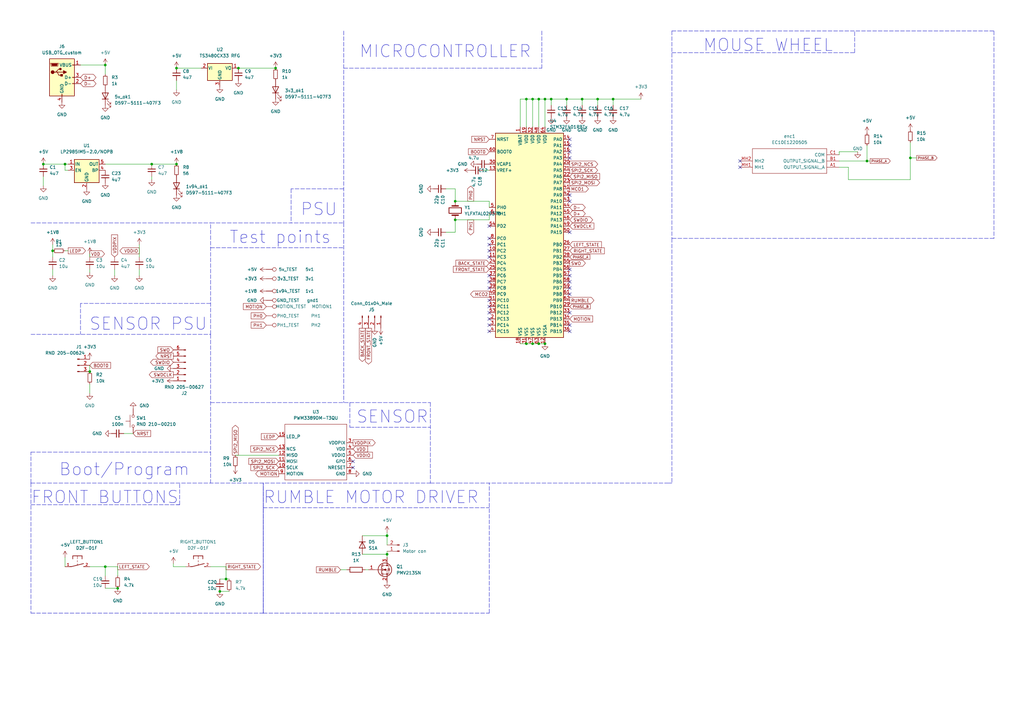
<source format=kicad_sch>
(kicad_sch (version 20211123) (generator eeschema)
  (paper "A3")
  (junction (at 92.71 237.49))
  (junction (at 223.52 40.64))
  (junction (at 36.83 152.4))
  (junction (at 62.23 67.31))
  (junction (at 72.39 27.94))
  (junction (at 218.44 140.97))
  (junction (at 232.41 40.64))
  (junction (at 90.17 242.57))
  (junction (at 218.44 40.64))
  (junction (at 72.39 67.31))
  (junction (at 355.6 66.04))
  (junction (at 21.59 102.87))
  (junction (at 220.98 40.64))
  (junction (at 43.18 26.67))
  (junction (at 251.46 40.64))
  (junction (at 26.67 67.31))
  (junction (at 113.03 27.94))
  (junction (at 238.76 40.64))
  (junction (at 226.06 40.64))
  (junction (at 245.11 40.64))
  (junction (at 215.9 40.64))
  (junction (at 48.26 241.3))
  (junction (at 223.52 140.97))
  (junction (at 186.69 90.17))
  (junction (at 373.38 64.77))
  (junction (at 158.75 227.33))
  (junction (at 43.18 232.41))
  (junction (at 220.98 140.97))
  (junction (at 215.9 140.97))
  (junction (at 186.69 82.55))
  (junction (at 97.79 27.94))
  (junction (at 158.75 219.71))
  (junction (at 17.78 67.31))
  (no_connect (at 233.68 59.69))
  (no_connect (at 200.66 92.71))
  (no_connect (at 303.53 66.04))
  (no_connect (at 233.68 57.15))
  (no_connect (at 233.68 135.89))
  (no_connect (at 233.68 110.49))
  (no_connect (at 303.53 68.58))
  (no_connect (at 233.68 62.23))
  (no_connect (at 200.66 128.27))
  (no_connect (at 233.68 80.01))
  (no_connect (at 200.66 102.87))
  (no_connect (at 200.66 135.89))
  (no_connect (at 200.66 125.73))
  (no_connect (at 144.78 189.23))
  (no_connect (at 233.68 95.25))
  (no_connect (at 233.68 115.57))
  (no_connect (at 233.68 128.27))
  (no_connect (at 200.66 105.41))
  (no_connect (at 200.66 123.19))
  (no_connect (at 200.66 100.33))
  (no_connect (at 233.68 113.03))
  (no_connect (at 233.68 120.65))
  (no_connect (at 200.66 130.81))
  (no_connect (at 233.68 133.35))
  (no_connect (at 200.66 113.03))
  (no_connect (at 200.66 115.57))
  (no_connect (at 233.68 82.55))
  (no_connect (at 200.66 97.79))
  (no_connect (at 144.78 191.77))
  (no_connect (at 233.68 118.11))
  (no_connect (at 200.66 118.11))
  (no_connect (at 233.68 64.77))
  (no_connect (at 200.66 133.35))
  (polyline (pts (xy 222.25 12.7) (xy 222.25 27.94)))
  (wire (pts (xy 351.79 62.23) (xy 344.17 62.23)))
  (polyline (pts (xy 86.36 101.6) (xy 140.97 101.6)))
  (wire (pts (xy 213.36 40.64) (xy 215.9 40.64)))
  (polyline (pts (xy 200.66 251.46) (xy 200.66 198.12)))
  (wire (pts (xy 46.99 113.03) (xy 46.99 110.49)))
  (polyline (pts (xy 86.36 137.16) (xy 86.36 198.12)))
  (wire (pts (xy 26.67 69.85) (xy 26.67 67.31)))
  (wire (pts (xy 344.17 66.04) (xy 355.6 66.04)))
  (wire (pts (xy 344.17 68.58) (xy 347.98 68.58)))
  (polyline (pts (xy 350.52 21.59) (xy 350.52 12.7)))
  (wire (pts (xy 62.23 67.31) (xy 72.39 67.31)))
  (wire (pts (xy 158.75 227.33) (xy 158.75 228.6)))
  (wire (pts (xy 226.06 40.64) (xy 232.41 40.64)))
  (wire (pts (xy 373.38 64.77) (xy 373.38 58.42)))
  (wire (pts (xy 21.59 113.03) (xy 21.59 110.49)))
  (polyline (pts (xy 86.36 124.46) (xy 33.02 124.46)))
  (wire (pts (xy 43.18 30.48) (xy 43.18 26.67)))
  (wire (pts (xy 232.41 43.18) (xy 232.41 40.64)))
  (wire (pts (xy 43.18 232.41) (xy 48.26 232.41)))
  (wire (pts (xy 36.83 105.41) (xy 36.83 104.14)))
  (wire (pts (xy 17.78 67.31) (xy 26.67 67.31)))
  (wire (pts (xy 158.75 226.06) (xy 158.75 227.33)))
  (wire (pts (xy 232.41 40.64) (xy 238.76 40.64)))
  (wire (pts (xy 251.46 40.64) (xy 262.89 40.64)))
  (wire (pts (xy 218.44 140.97) (xy 220.98 140.97)))
  (polyline (pts (xy 86.36 91.44) (xy 140.97 91.44)))
  (wire (pts (xy 36.83 232.41) (xy 43.18 232.41)))
  (wire (pts (xy 26.67 232.41) (xy 26.67 228.6)))
  (polyline (pts (xy 86.36 165.1) (xy 176.53 165.1)))
  (wire (pts (xy 148.59 219.71) (xy 158.75 219.71)))
  (wire (pts (xy 17.78 76.2) (xy 17.78 72.39)))
  (polyline (pts (xy 140.97 27.94) (xy 222.25 27.94)))
  (polyline (pts (xy 107.95 251.46) (xy 200.66 251.46)))
  (wire (pts (xy 200.66 90.17) (xy 200.66 87.63)))
  (wire (pts (xy 36.83 157.48) (xy 36.83 161.29)))
  (wire (pts (xy 355.6 66.04) (xy 356.87 66.04)))
  (polyline (pts (xy 12.7 185.42) (xy 86.36 185.42)))
  (wire (pts (xy 36.83 111.76) (xy 36.83 110.49)))
  (wire (pts (xy 373.38 64.77) (xy 375.92 64.77)))
  (polyline (pts (xy 176.53 165.1) (xy 176.53 198.12)))
  (wire (pts (xy 373.38 64.77) (xy 373.38 73.66)))
  (polyline (pts (xy 143.51 175.26) (xy 176.53 175.26)))
  (wire (pts (xy 92.71 232.41) (xy 92.71 237.49)))
  (polyline (pts (xy 12.7 198.12) (xy 12.7 185.42)))
  (wire (pts (xy 48.26 232.41) (xy 48.26 236.22)))
  (wire (pts (xy 182.88 77.47) (xy 186.69 77.47)))
  (wire (pts (xy 43.18 67.31) (xy 62.23 67.31)))
  (polyline (pts (xy 107.95 208.28) (xy 200.66 208.28)))
  (wire (pts (xy 21.59 100.33) (xy 21.59 102.87)))
  (wire (pts (xy 218.44 140.97) (xy 215.9 140.97)))
  (polyline (pts (xy 275.59 12.7) (xy 407.67 12.7)))
  (wire (pts (xy 186.69 90.17) (xy 186.69 95.25)))
  (wire (pts (xy 223.52 40.64) (xy 223.52 52.07)))
  (wire (pts (xy 97.79 27.94) (xy 113.03 27.94)))
  (wire (pts (xy 71.12 231.14) (xy 71.12 232.41)))
  (wire (pts (xy 72.39 27.94) (xy 82.55 27.94)))
  (polyline (pts (xy 12.7 207.01) (xy 73.66 207.01)))
  (polyline (pts (xy 12.7 251.46) (xy 107.95 251.46)))
  (polyline (pts (xy 275.59 97.79) (xy 275.59 198.12)))
  (wire (pts (xy 93.98 242.57) (xy 90.17 242.57)))
  (wire (pts (xy 92.71 232.41) (xy 86.36 232.41)))
  (wire (pts (xy 50.8 177.8) (xy 54.61 177.8)))
  (wire (pts (xy 48.26 241.3) (xy 43.18 241.3)))
  (wire (pts (xy 245.11 40.64) (xy 251.46 40.64)))
  (wire (pts (xy 43.18 232.41) (xy 43.18 236.22)))
  (polyline (pts (xy 143.51 165.1) (xy 143.51 175.26)))
  (wire (pts (xy 215.9 40.64) (xy 218.44 40.64)))
  (wire (pts (xy 373.38 73.66) (xy 347.98 73.66)))
  (wire (pts (xy 215.9 40.64) (xy 215.9 52.07)))
  (wire (pts (xy 245.11 43.18) (xy 245.11 40.64)))
  (wire (pts (xy 200.66 82.55) (xy 200.66 85.09)))
  (wire (pts (xy 57.15 110.49) (xy 57.15 113.03)))
  (wire (pts (xy 36.83 149.86) (xy 36.83 152.4)))
  (polyline (pts (xy 12.7 198.12) (xy 176.53 198.12)))
  (wire (pts (xy 43.18 26.67) (xy 33.02 26.67)))
  (wire (pts (xy 238.76 43.18) (xy 238.76 40.64)))
  (polyline (pts (xy 275.59 21.59) (xy 350.52 21.59)))
  (wire (pts (xy 62.23 72.39) (xy 62.23 73.66)))
  (wire (pts (xy 182.88 95.25) (xy 186.69 95.25)))
  (polyline (pts (xy 107.95 251.46) (xy 107.95 198.12)))
  (polyline (pts (xy 33.02 124.46) (xy 33.02 137.16)))
  (wire (pts (xy 186.69 82.55) (xy 200.66 82.55)))
  (polyline (pts (xy 12.7 137.16) (xy 86.36 137.16)))
  (wire (pts (xy 220.98 40.64) (xy 223.52 40.64)))
  (wire (pts (xy 226.06 43.18) (xy 226.06 40.64)))
  (wire (pts (xy 238.76 40.64) (xy 245.11 40.64)))
  (wire (pts (xy 96.52 186.69) (xy 114.3 186.69)))
  (wire (pts (xy 344.17 62.23) (xy 344.17 63.5)))
  (wire (pts (xy 213.36 140.97) (xy 215.9 140.97)))
  (wire (pts (xy 149.86 233.68) (xy 151.13 233.68)))
  (wire (pts (xy 186.69 77.47) (xy 186.69 82.55)))
  (wire (pts (xy 220.98 40.64) (xy 220.98 52.07)))
  (wire (pts (xy 71.12 232.41) (xy 76.2 232.41)))
  (polyline (pts (xy 86.36 137.16) (xy 86.36 91.44)))
  (polyline (pts (xy 119.38 77.47) (xy 119.38 91.44)))
  (wire (pts (xy 223.52 40.64) (xy 226.06 40.64)))
  (wire (pts (xy 158.75 219.71) (xy 158.75 223.52)))
  (wire (pts (xy 355.6 66.04) (xy 355.6 59.69)))
  (polyline (pts (xy 12.7 91.44) (xy 86.36 91.44)))
  (wire (pts (xy 347.98 73.66) (xy 347.98 68.58)))
  (polyline (pts (xy 275.59 12.7) (xy 275.59 97.79)))
  (wire (pts (xy 158.75 218.44) (xy 158.75 219.71)))
  (wire (pts (xy 90.17 237.49) (xy 92.71 237.49)))
  (polyline (pts (xy 176.53 198.12) (xy 274.32 198.12)))
  (wire (pts (xy 213.36 52.07) (xy 213.36 40.64)))
  (wire (pts (xy 198.12 69.85) (xy 200.66 69.85)))
  (wire (pts (xy 139.7 233.68) (xy 142.24 233.68)))
  (wire (pts (xy 218.44 40.64) (xy 218.44 52.07)))
  (wire (pts (xy 26.67 67.31) (xy 27.94 67.31)))
  (wire (pts (xy 148.59 227.33) (xy 158.75 227.33)))
  (polyline (pts (xy 407.67 12.7) (xy 407.67 97.79)))
  (polyline (pts (xy 140.97 77.47) (xy 119.38 77.47)))
  (wire (pts (xy 251.46 43.18) (xy 251.46 40.64)))
  (polyline (pts (xy 73.66 207.01) (xy 73.66 198.12)))
  (wire (pts (xy 27.94 69.85) (xy 26.67 69.85)))
  (wire (pts (xy 27.94 102.87) (xy 26.67 102.87)))
  (polyline (pts (xy 140.97 12.7) (xy 140.97 91.44)))
  (polyline (pts (xy 407.67 97.79) (xy 275.59 97.79)))
  (polyline (pts (xy 140.97 91.44) (xy 140.97 165.1)))
  (wire (pts (xy 220.98 140.97) (xy 223.52 140.97)))
  (wire (pts (xy 186.69 90.17) (xy 200.66 90.17)))
  (polyline (pts (xy 275.59 198.12) (xy 274.32 198.12)))
  (wire (pts (xy 57.15 100.33) (xy 57.15 105.41)))
  (wire (pts (xy 92.71 237.49) (xy 93.98 237.49)))
  (polyline (pts (xy 12.7 198.12) (xy 12.7 251.46)))
  (polyline (pts (xy 72.39 207.01) (xy 73.66 207.01)))
  (polyline (pts (xy 107.95 251.46) (xy 107.95 198.12)))
  (wire (pts (xy 72.39 36.83) (xy 72.39 33.02)))
  (polyline (pts (xy 107.95 198.12) (xy 107.95 251.46)))
  (wire (pts (xy 218.44 40.64) (xy 220.98 40.64)))
  (wire (pts (xy 21.59 102.87) (xy 21.59 105.41)))
  (text "Test points\n" (at 93.98 100.33 0) (effects (font (size 5 5)) (justify left bottom)))
  (text "PSU\n" (at 123.19 88.9 0) (effects (font (size 5 5)) (justify left bottom)))
  (text "SENSOR" (at 146.05 173.99 0) (effects (font (size 5 5)) (justify left bottom)))
  (text "FRONT BUTTONS\n" (at 12.7 207.01 0) (effects (font (size 5 5)) (justify left bottom)))
  (text "Boot/Program\n" (at 24.13 195.58 0) (effects (font (size 5 5)) (justify left bottom)))
  (text "SENSOR PSU\n" (at 85.09 135.89 180) (effects (font (size 5 5)) (justify right bottom)))
  (text "MICROCONTROLLER" (at 147.32 24.13 0) (effects (font (size 5 5)) (justify left bottom)))
  (text "RUMBLE MOTOR DRIVER" (at 107.95 207.01 0) (effects (font (size 5 5)) (justify left bottom)))
  (text "MOUSE WHEEL" (at 288.29 21.59 0) (effects (font (size 5 5)) (justify left bottom)))
  (global_label "VDDPIX" (shape output) (at 144.78 181.61 0) (property "Intersheet References" "${INTERSHEET_REFS}" (effects hide)))
  (global_label "PHASE_A" (shape output) (at 356.87 66.04 0) (effects (font (size 1 1))) (property "Intersheet References" "${INTERSHEET_REFS}" (effects hide)))
  (global_label "LEFT_STATE" (shape output) (at 48.26 232.41 0) (property "Intersheet References" "${INTERSHEET_REFS}" (effects hide)))
  (global_label "SPI2_MISO" (shape output) (at 96.52 186.69 90) (property "Intersheet References" "${INTERSHEET_REFS}" (effects hide)))
  (global_label "PH1" (shape output) (at 193.04 90.17 270) (property "Intersheet References" "${INTERSHEET_REFS}" (effects hide)))
  (global_label "SWDIO" (shape bidirectional) (at 71.12 148.59 180) (property "Intersheet References" "${INTERSHEET_REFS}" (effects hide)))
  (global_label "FRONT_STATE" (shape input) (at 200.66 110.49 180) (property "Intersheet References" "${INTERSHEET_REFS}" (effects hide)))
  (global_label "SPI2_NCS" (shape input) (at 114.3 184.15 180) (property "Intersheet References" "${INTERSHEET_REFS}" (effects hide)))
  (global_label "SWDCLK" (shape output) (at 71.12 153.67 180) (property "Intersheet References" "${INTERSHEET_REFS}" (effects hide)))
  (global_label "MCO2" (shape output) (at 200.66 120.65 180) (property "Intersheet References" "${INTERSHEET_REFS}" (effects hide)))
  (global_label "SWDIO" (shape bidirectional) (at 233.68 90.17 0) (property "Intersheet References" "${INTERSHEET_REFS}" (effects hide)))
  (global_label "SWO" (shape output) (at 233.68 107.95 0) (property "Intersheet References" "${INTERSHEET_REFS}" (effects hide)))
  (global_label "PH1" (shape input) (at 109.22 133.35 180) (property "Intersheet References" "${INTERSHEET_REFS}" (effects hide)))
  (global_label "LEDP" (shape output) (at 27.94 102.87 0) (property "Intersheet References" "${INTERSHEET_REFS}" (effects hide)))
  (global_label "LEDP" (shape input) (at 114.3 179.07 180) (property "Intersheet References" "${INTERSHEET_REFS}" (effects hide)))
  (global_label "BOOT0" (shape input) (at 200.66 62.23 180) (property "Intersheet References" "${INTERSHEET_REFS}" (effects hide)))
  (global_label "LEFT_STATE" (shape input) (at 233.68 100.33 0) (property "Intersheet References" "${INTERSHEET_REFS}" (effects hide)))
  (global_label "PHASE_A" (shape input) (at 233.68 105.41 0) (effects (font (size 1 1))) (property "Intersheet References" "${INTERSHEET_REFS}" (effects hide)))
  (global_label "MOTION" (shape output) (at 114.3 194.31 180) (property "Intersheet References" "${INTERSHEET_REFS}" (effects hide)))
  (global_label "VDDIO" (shape output) (at 57.15 102.87 180) (property "Intersheet References" "${INTERSHEET_REFS}" (effects hide)))
  (global_label "BOOT0" (shape input) (at 36.83 149.86 0) (property "Intersheet References" "${INTERSHEET_REFS}" (effects hide)))
  (global_label "D-" (shape bidirectional) (at 233.68 85.09 0) (property "Intersheet References" "${INTERSHEET_REFS}" (effects hide)))
  (global_label "VDDIO" (shape input) (at 144.78 186.69 0) (property "Intersheet References" "${INTERSHEET_REFS}" (effects hide)))
  (global_label "BACK_STATE" (shape input) (at 200.66 107.95 180) (property "Intersheet References" "${INTERSHEET_REFS}" (effects hide)))
  (global_label "RUMBLE" (shape input) (at 139.7 233.68 180) (property "Intersheet References" "${INTERSHEET_REFS}" (effects hide)))
  (global_label "BACK_STATE" (shape output) (at 148.59 134.62 270) (property "Intersheet References" "${INTERSHEET_REFS}" (effects hide)))
  (global_label "PH0" (shape input) (at 109.22 129.54 180) (property "Intersheet References" "${INTERSHEET_REFS}" (effects hide)))
  (global_label "SWO" (shape input) (at 71.12 143.51 180) (property "Intersheet References" "${INTERSHEET_REFS}" (effects hide)))
  (global_label "SPI2_MOSI" (shape output) (at 233.68 74.93 0) (property "Intersheet References" "${INTERSHEET_REFS}" (effects hide)))
  (global_label "SPI2_NCS" (shape output) (at 233.68 67.31 0) (property "Intersheet References" "${INTERSHEET_REFS}" (effects hide)))
  (global_label "SPI2_MISO" (shape input) (at 233.68 72.39 0) (property "Intersheet References" "${INTERSHEET_REFS}" (effects hide)))
  (global_label "MOTION" (shape input) (at 233.68 130.81 0) (property "Intersheet References" "${INTERSHEET_REFS}" (effects hide)))
  (global_label "D+" (shape bidirectional) (at 33.02 31.75 0) (property "Intersheet References" "${INTERSHEET_REFS}" (effects hide)))
  (global_label "NRST" (shape input) (at 54.61 177.8 0) (property "Intersheet References" "${INTERSHEET_REFS}" (effects hide)))
  (global_label "SWDCLK" (shape input) (at 233.68 92.71 0) (property "Intersheet References" "${INTERSHEET_REFS}" (effects hide)))
  (global_label "NRST" (shape output) (at 71.12 146.05 180) (property "Intersheet References" "${INTERSHEET_REFS}" (effects hide)))
  (global_label "SPI2_SCK" (shape output) (at 233.68 69.85 0) (property "Intersheet References" "${INTERSHEET_REFS}" (effects hide)))
  (global_label "PHASE_B" (shape output) (at 375.92 64.77 0) (effects (font (size 1 1))) (property "Intersheet References" "${INTERSHEET_REFS}" (effects hide)))
  (global_label "D-" (shape bidirectional) (at 33.02 34.29 0) (property "Intersheet References" "${INTERSHEET_REFS}" (effects hide)))
  (global_label "RIGHT_STATE" (shape input) (at 233.68 102.87 0) (property "Intersheet References" "${INTERSHEET_REFS}" (effects hide)))
  (global_label "PHASE_B" (shape input) (at 233.68 125.73 0) (effects (font (size 1 1))) (property "Intersheet References" "${INTERSHEET_REFS}" (effects hide)))
  (global_label "RUMBLE" (shape output) (at 233.68 123.19 0) (property "Intersheet References" "${INTERSHEET_REFS}" (effects hide)))
  (global_label "D+" (shape bidirectional) (at 233.68 87.63 0) (property "Intersheet References" "${INTERSHEET_REFS}" (effects hide)))
  (global_label "SPI2_SCK" (shape input) (at 114.3 191.77 180) (property "Intersheet References" "${INTERSHEET_REFS}" (effects hide)))
  (global_label "MCO1" (shape output) (at 233.68 77.47 0) (property "Intersheet References" "${INTERSHEET_REFS}" (effects hide)))
  (global_label "MOTION" (shape input) (at 109.22 125.73 180) (property "Intersheet References" "${INTERSHEET_REFS}" (effects hide)))
  (global_label "PH0" (shape output) (at 193.04 82.55 90) (property "Intersheet References" "${INTERSHEET_REFS}" (effects hide)))
  (global_label "VDD" (shape input) (at 144.78 184.15 0) (property "Intersheet References" "${INTERSHEET_REFS}" (effects hide)))
  (global_label "SPI2_MOSI" (shape input) (at 114.3 189.23 180) (property "Intersheet References" "${INTERSHEET_REFS}" (effects hide)))
  (global_label "VDDPIX" (shape input) (at 46.99 105.41 90) (property "Intersheet References" "${INTERSHEET_REFS}" (effects hide)))
  (global_label "RIGHT_STATE" (shape output) (at 92.71 232.41 0) (property "Intersheet References" "${INTERSHEET_REFS}" (effects hide)))
  (global_label "VDD" (shape output) (at 36.83 104.14 0) (property "Intersheet References" "${INTERSHEET_REFS}" (effects hide)))
  (global_label "NRST" (shape input) (at 200.66 57.15 180) (property "Intersheet References" "${INTERSHEET_REFS}" (effects hide)))
  (global_label "FRONT_STATE" (shape output) (at 151.13 134.62 270) (property "Intersheet References" "${INTERSHEET_REFS}" (effects hide)))
  (symbol (lib_id "power:+3V3") (at 109.22 114.3 90) (unit 1)
    (property "Reference" "#PWR0127" (effects hide))
    (property "Value" "+3V3" (at 105.41 114.3001 90) (effects (justify left)))
  )
  (symbol (lib_id "mouse:D2F-01F") (at 81.28 232.41 0) (unit 1)
    (property "Reference" "RIGHT_BUTTON1" (at 81.28 222.25 0))
    (property "Value" "D2F-01F" (at 81.28 224.79 0))
    (property "Footprint" "mouse:D2F-01F" (effects hide))
    (property "part #" "D2F-01F" (effects hide))
  )
  (symbol (lib_id "power:GND") (at 45.72 177.8 270) (unit 1)
    (property "Reference" "#PWR0133" (effects hide))
    (property "Value" "GND" (at 41.91 177.7999 90) (effects (justify right)))
  )
  (symbol (lib_id "Device:C_Small") (at 97.79 30.48 0) (unit 1)
    (property "Reference" "C9" (at 100.33 29.2162 0) (effects (justify left)))
    (property "Value" "4u7" (at 100.33 31.7562 0) (effects (justify left)))
    (property "Footprint" "Capacitor_SMD:C_0805_2012Metric_Pad1.18x1.45mm_HandSolder" (effects hide))
  )
  (symbol (lib_id "power:GND") (at 153.67 134.62 0) (unit 1)
    (property "Reference" "#PWR0163" (effects hide))
    (property "Value" "GND" (at 153.67 138.43 90) (effects (justify right)))
  )
  (symbol (lib_id "Device:LED") (at 113.03 36.83 90) (unit 1)
    (property "Reference" "3v3_ok1" (at 116.84 37.1474 90) (effects (justify right)))
    (property "Value" "D597-5111-407F3" (at 116.84 39.6874 90) (effects (justify right)))
    (property "Footprint" "LED_SMD:LED_0805_2012Metric_Pad1.15x1.40mm_HandSolder" (effects hide))
    (property "part #" "D597-5111-407F3" (effects hide))
  )
  (symbol (lib_id "power:GND") (at 21.59 113.03 0) (unit 1)
    (property "Reference" "#PWR0136" (effects hide))
    (property "Value" "GND" (at 21.59 118.11 0))
  )
  (symbol (lib_id "mouse:EC10E1220505") (at 344.17 68.58 180) (unit 1)
    (property "Reference" "enc1" (at 323.85 55.88 0))
    (property "Value" "EC10E1220505" (at 323.85 58.42 0))
    (property "Footprint" "mouse:EC10E1220505" (effects hide))
    (property "Datasheet" "https://tech.alpsalpine.com/prod/e/html/encoder/incremental/ec10e/ec10e1220505.html" (effects hide))
    (property "Description" "10mm Size Hollow Shaft Type EC10E Incremental Encoder" (effects hide))
    (property "Height" "10.6" (effects hide))
    (property "Manufacturer_Name" "ALPS Electric" (effects hide))
    (property "Manufacturer_Part_Number" "EC10E1220505" (effects hide))
    (property "Mouser Part Number" "688-EC10E1220505" (effects hide))
    (property "Mouser Price/Stock" "https://www.mouser.co.uk/ProductDetail/Alps-Alpine/EC10E1220505?qs=seHrhfPpLDy2J0FZRG9wSg%3D%3D" (effects hide))
  )
  (symbol (lib_id "power:GND") (at 177.8 95.25 270) (unit 1)
    (property "Reference" "#PWR0103" (effects hide))
    (property "Value" "GND" (at 172.72 95.25 0))
  )
  (symbol (lib_id "Device:LED") (at 43.18 39.37 90) (unit 1)
    (property "Reference" "5v_ok1" (at 46.99 39.6874 90) (effects (justify right)))
    (property "Value" "D597-5111-407F3" (at 46.99 42.2274 90) (effects (justify right)))
    (property "Footprint" "LED_SMD:LED_0805_2012Metric_Pad1.15x1.40mm_HandSolder" (effects hide))
    (property "part #" "D597-5111-407F3" (effects hide))
  )
  (symbol (lib_id "Device:R_Small") (at 113.03 30.48 0) (unit 1)
    (property "Reference" "R10" (at 115.57 29.2099 0) (effects (justify left)))
    (property "Value" "1k" (at 115.57 31.7499 0) (effects (justify left)))
    (property "Footprint" "Resistor_SMD:R_0805_2012Metric_Pad1.20x1.40mm_HandSolder" (effects hide))
    (property "part #" "RC0805FR-071KL" (effects hide))
  )
  (symbol (lib_id "Device:R_Small") (at 43.18 33.02 0) (unit 1)
    (property "Reference" "R3" (at 45.72 31.7499 0) (effects (justify left)))
    (property "Value" "1k" (at 45.72 34.2899 0) (effects (justify left)))
    (property "Footprint" "Resistor_SMD:R_0805_2012Metric_Pad1.20x1.40mm_HandSolder" (effects hide))
    (property "part #" "RC0805FR-071KL" (effects hide))
  )
  (symbol (lib_id "power:GND") (at 36.83 161.29 0) (unit 1)
    (property "Reference" "#PWR0139" (effects hide))
    (property "Value" "GND" (at 36.83 166.37 0))
  )
  (symbol (lib_id "power:+1V8") (at 21.59 100.33 0) (unit 1)
    (property "Reference" "#PWR0121" (effects hide))
    (property "Value" "+1V8" (at 21.59 95.25 0))
  )
  (symbol (lib_id "Device:C_Small") (at 195.58 69.85 270) (unit 1)
    (property "Reference" "C18" (at 196.8438 72.39 0) (effects (justify left)))
    (property "Value" "4.7u" (at 194.3038 72.39 0) (effects (justify left)))
    (property "Footprint" "Capacitor_SMD:C_0805_2012Metric_Pad1.18x1.45mm_HandSolder" (effects hide))
  )
  (symbol (lib_id "Connector:TestPoint") (at 109.22 119.38 270) (unit 1)
    (property "Reference" "1v1" (at 127 119.38 90))
    (property "Value" "1v94_TEST" (at 118.11 119.38 90))
    (property "Footprint" "Connector_PinHeader_2.54mm:PinHeader_1x01_P2.54mm_Vertical" (effects hide))
  )
  (symbol (lib_id "power:+5V") (at 26.67 228.6 0) (unit 1)
    (property "Reference" "#PWR0149" (effects hide))
    (property "Value" "+5V" (at 26.67 223.52 0))
  )
  (symbol (lib_id "power:+5V") (at 43.18 26.67 0) (unit 1)
    (property "Reference" "#PWR0115" (effects hide))
    (property "Value" "+5V" (at 43.18 21.59 0))
  )
  (symbol (lib_id "Regulator_Linear:AP2127N-3.3") (at 90.17 27.94 0) (unit 1)
    (property "Reference" "U2" (at 90.17 20.32 0))
    (property "Value" "TS3480CX33 RFG" (at 90.17 22.86 0))
    (property "Footprint" "Package_TO_SOT_SMD:SOT-23" (effects hide))
    (property "part #" "TS3480CX33 RFG" (effects hide))
  )
  (symbol (lib_id "power:+1V8") (at 72.39 67.31 0) (unit 1)
    (property "Reference" "#PWR0142" (effects hide))
    (property "Value" "+1V8" (at 72.39 62.23 0))
  )
  (symbol (lib_id "power:+3V3") (at 71.12 156.21 90) (unit 1)
    (property "Reference" "#PWR0131" (effects hide))
    (property "Value" "+3V3" (at 67.31 156.2101 90) (effects (justify left)))
  )
  (symbol (lib_id "Device:R_Small") (at 355.6 57.15 180) (unit 1)
    (property "Reference" "R14" (at 358.14 55.8799 0) (effects (justify right)))
    (property "Value" "10k" (at 358.14 58.4199 0) (effects (justify right)))
    (property "Footprint" "Resistor_SMD:R_0805_2012Metric_Pad1.20x1.40mm_HandSolder" (effects hide))
    (property "part #" "RT0805FRE0710KL" (effects hide))
  )
  (symbol (lib_id "power:+3V3") (at 96.52 191.77 180) (unit 1)
    (property "Reference" "#PWR0123" (effects hide))
    (property "Value" "+3V3" (at 96.52 196.85 0))
  )
  (symbol (lib_id "power:GND") (at 97.79 33.02 0) (unit 1)
    (property "Reference" "#PWR0145" (effects hide))
    (property "Value" "GND" (at 97.79 38.1 0))
  )
  (symbol (lib_id "power:GND") (at 43.18 43.18 0) (unit 1)
    (property "Reference" "#PWR0114" (effects hide))
    (property "Value" "GND" (at 43.18 48.26 0))
  )
  (symbol (lib_id "Device:C_Small") (at 251.46 45.72 0) (unit 1)
    (property "Reference" "C17" (at 254 44.4562 0) (effects (justify left)))
    (property "Value" "4.7u" (at 254 46.9962 0) (effects (justify left)))
    (property "Footprint" "Capacitor_SMD:C_0805_2012Metric_Pad1.18x1.45mm_HandSolder" (effects hide))
  )
  (symbol (lib_id "power:GND") (at 36.83 111.76 0) (unit 1)
    (property "Reference" "#PWR0135" (effects hide))
    (property "Value" "GND" (at 36.83 116.84 0))
  )
  (symbol (lib_id "MCU_ST_STM32F4:STM32F401RBTx") (at 218.44 95.25 0) (unit 1)
    (property "Reference" "U4" (at 225.5394 49.53 0) (effects (justify left)))
    (property "Value" "STM32F401RBTx" (at 225.5394 52.07 0) (effects (justify left)))
    (property "Footprint" "Package_QFP:LQFP-64_10x10mm_P0.5mm" (effects hide))
    (property "Datasheet" "http://www.st.com/st-web-ui/static/active/en/resource/technical/document/datasheet/DM00086815.pdf" (effects hide))
  )
  (symbol (lib_id "power:GND") (at 71.12 151.13 270) (unit 1)
    (property "Reference" "#PWR0132" (effects hide))
    (property "Value" "GND" (at 67.31 151.1301 90) (effects (justify right)))
  )
  (symbol (lib_id "Device:C_Small") (at 198.12 67.31 270) (unit 1)
    (property "Reference" "C12" (at 198.12 69.85 90))
    (property "Value" "4.7u" (at 194.31 64.77 90))
    (property "Footprint" "Capacitor_SMD:C_0805_2012Metric_Pad1.18x1.45mm_HandSolder" (effects hide))
  )
  (symbol (lib_id "Connector:Conn_01x02_Male") (at 163.83 226.06 180) (unit 1)
    (property "Reference" "J3" (at 165.1 223.5199 0) (effects (justify right)))
    (property "Value" "Motor con" (at 165.1 226.0599 0) (effects (justify right)))
    (property "Footprint" "Connector_PinSocket_2.54mm:PinSocket_1x02_P2.54mm_Vertical" (effects hide))
  )
  (symbol (lib_id "Device:C_Small") (at 48.26 177.8 90) (unit 1)
    (property "Reference" "C5" (at 48.2663 171.45 90))
    (property "Value" "100n" (at 48.2663 173.99 90))
    (property "Footprint" "Capacitor_SMD:C_0805_2012Metric_Pad1.18x1.45mm_HandSolder" (effects hide))
  )
  (symbol (lib_id "power:GND") (at 177.8 77.47 270) (unit 1)
    (property "Reference" "#PWR0101" (effects hide))
    (property "Value" "GND" (at 172.72 77.47 0))
  )
  (symbol (lib_id "Connector:TestPoint") (at 109.22 129.54 270) (unit 1)
    (property "Reference" "PH1" (at 129.54 129.54 90))
    (property "Value" "PH0_TEST" (at 118.11 129.54 90))
    (property "Footprint" "Connector_PinHeader_2.54mm:PinHeader_1x01_P2.54mm_Vertical" (effects hide))
  )
  (symbol (lib_id "power:GND") (at 351.79 62.23 0) (mirror y) (unit 1)
    (property "Reference" "#PWR0155" (effects hide))
    (property "Value" "GND" (at 351.79 60.96 0))
  )
  (symbol (lib_id "power:GND") (at 238.76 48.26 0) (unit 1)
    (property "Reference" "#PWR0105" (effects hide))
    (property "Value" "GND" (at 238.76 53.34 0))
  )
  (symbol (lib_id "power:GND") (at 25.4 41.91 0) (unit 1)
    (property "Reference" "#PWR0113" (effects hide))
    (property "Value" "GND" (at 25.4 46.99 0))
  )
  (symbol (lib_id "power:+1V8") (at 36.83 104.14 0) (unit 1)
    (property "Reference" "#PWR0116" (effects hide))
    (property "Value" "+1V8" (at 36.83 99.06 0))
  )
  (symbol (lib_id "power:GND") (at 17.78 76.2 0) (unit 1)
    (property "Reference" "#PWR0120" (effects hide))
    (property "Value" "GND" (at 17.78 81.28 0))
  )
  (symbol (lib_id "power:+5V") (at 17.78 67.31 0) (unit 1)
    (property "Reference" "#PWR0119" (effects hide))
    (property "Value" "+5V" (at 17.78 62.23 0))
  )
  (symbol (lib_id "power:GND") (at 195.58 67.31 270) (unit 1)
    (property "Reference" "#PWR0102" (effects hide))
    (property "Value" "GND" (at 191.77 67.3099 90) (effects (justify right)))
  )
  (symbol (lib_id "power:GND") (at 72.39 80.01 0) (unit 1)
    (property "Reference" "#PWR0140" (effects hide))
    (property "Value" "GND" (at 72.39 85.09 0))
  )
  (symbol (lib_id "Device:C_Small") (at 46.99 107.95 0) (unit 1)
    (property "Reference" "C4" (at 49.53 106.6862 0) (effects (justify left)))
    (property "Value" "4u7" (at 49.53 109.2262 0) (effects (justify left)))
    (property "Footprint" "Capacitor_SMD:C_0805_2012Metric_Pad1.18x1.45mm_HandSolder" (effects hide))
  )
  (symbol (lib_id "power:+3V3") (at 193.04 69.85 90) (unit 1)
    (property "Reference" "#PWR0110" (effects hide))
    (property "Value" "+3V3" (at 182.88 69.85 90) (effects (justify right)))
  )
  (symbol (lib_id "Connector:Conn_01x06_Male") (at 76.2 151.13 180) (unit 1)
    (property "Reference" "J2" (at 75.565 161.29 0))
    (property "Value" "RND 205-00627" (at 75.565 158.75 0))
    (property "Footprint" "Connector_PinHeader_2.54mm:PinHeader_1x06_P2.54mm_Vertical" (effects hide))
  )
  (symbol (lib_id "Device:C_Small") (at 180.34 77.47 90) (unit 1)
    (property "Reference" "C10" (at 181.6165 80.01 0) (effects (justify right)))
    (property "Value" "22p" (at 179.0765 80.01 0) (effects (justify right)))
    (property "Footprint" "Capacitor_SMD:C_0805_2012Metric_Pad1.18x1.45mm_HandSolder" (effects hide))
  )
  (symbol (lib_id "Device:R_Small") (at 373.38 55.88 180) (unit 1)
    (property "Reference" "R15" (at 375.92 54.6099 0) (effects (justify right)))
    (property "Value" "10k" (at 375.92 57.1499 0) (effects (justify right)))
    (property "Footprint" "Resistor_SMD:R_0805_2012Metric_Pad1.20x1.40mm_HandSolder" (effects hide))
    (property "part #" "RT0805FRE0710KL" (effects hide))
  )
  (symbol (lib_id "power:GND") (at 90.17 35.56 0) (unit 1)
    (property "Reference" "#PWR0146" (effects hide))
    (property "Value" "GND" (at 90.17 40.64 0))
  )
  (symbol (lib_id "Device:C_Small") (at 43.18 72.39 0) (unit 1)
    (property "Reference" "C23" (at 45.72 71.1262 0) (effects (justify left)))
    (property "Value" "4u7" (at 45.72 73.6662 0) (effects (justify left)))
    (property "Footprint" "Capacitor_SMD:C_0805_2012Metric_Pad1.18x1.45mm_HandSolder" (effects hide))
  )
  (symbol (lib_id "power:GND") (at 43.18 74.93 0) (unit 1)
    (property "Reference" "#PWR0117" (effects hide))
    (property "Value" "GND" (at 43.18 80.01 0))
  )
  (symbol (lib_id "Device:Crystal") (at 186.69 86.36 270) (unit 1)
    (property "Reference" "Y1" (at 190.5 85.0899 90) (effects (justify left)))
    (property "Value" "YLFXTAL029370" (at 190.5 87.6299 90) (effects (justify left)))
    (property "Footprint" "Crystal:Crystal_SMD_HC49-SD_HandSoldering" (effects hide))
  )
  (symbol (lib_id "power:GND") (at 251.46 48.26 0) (unit 1)
    (property "Reference" "#PWR0104" (effects hide))
    (property "Value" "GND" (at 251.46 53.34 0))
  )
  (symbol (lib_id "Connector:Conn_01x04_Male") (at 153.67 129.54 270) (unit 1)
    (property "Reference" "J5" (at 152.4 127 90))
    (property "Value" "Conn_01x04_Male" (at 152.4 124.46 90))
    (property "Footprint" "Connector_PinHeader_2.54mm:PinHeader_1x04_P2.54mm_Vertical" (effects hide))
  )
  (symbol (lib_id "Device:C_Small") (at 90.17 240.03 180) (unit 1)
    (property "Reference" "C20" (at 85.09 238.76 0) (effects (justify right)))
    (property "Value" "10u" (at 85.09 241.3 0) (effects (justify right)))
    (property "Footprint" "Capacitor_SMD:C_0805_2012Metric_Pad1.18x1.45mm_HandSolder" (effects hide))
  )
  (symbol (lib_id "Connector:TestPoint") (at 109.22 114.3 270) (unit 1)
    (property "Reference" "3v1" (at 127 114.3 90))
    (property "Value" "3v3_TEST" (at 118.11 114.3 90))
    (property "Footprint" "Connector_PinHeader_2.54mm:PinHeader_1x01_P2.54mm_Vertical" (effects hide))
  )
  (symbol (lib_id "power:+5V") (at 109.22 110.49 90) (unit 1)
    (property "Reference" "#PWR0129" (effects hide))
    (property "Value" "+5V" (at 105.41 110.4901 90) (effects (justify left)))
  )
  (symbol (lib_id "power:+3V3") (at 262.89 40.64 0) (unit 1)
    (property "Reference" "#PWR0109" (effects hide))
    (property "Value" "+3V3" (at 262.89 35.56 0))
  )
  (symbol (lib_id "Device:C_Small") (at 17.78 69.85 0) (unit 1)
    (property "Reference" "C1" (at 20.32 68.5862 0) (effects (justify left)))
    (property "Value" "4u7" (at 20.32 71.1262 0) (effects (justify left)))
    (property "Footprint" "Capacitor_SMD:C_0805_2012Metric_Pad1.18x1.45mm_HandSolder" (effects hide))
  )
  (symbol (lib_id "Connector:TestPoint") (at 109.22 110.49 270) (unit 1)
    (property "Reference" "5v1" (at 127 110.49 90))
    (property "Value" "5v_TEST" (at 118.11 110.49 90))
    (property "Footprint" "Connector_PinHeader_2.54mm:PinHeader_1x01_P2.54mm_Vertical" (effects hide))
  )
  (symbol (lib_id "Diode:1N4001") (at 148.59 223.52 270) (unit 1)
    (property "Reference" "D5" (at 151.13 222.2499 90) (effects (justify left)))
    (property "Value" "S1A" (at 151.13 224.7899 90) (effects (justify left)))
    (property "Footprint" "Diode_SMD:D_SMA_Handsoldering" (effects hide))
    (property "Datasheet" "http://www.vishay.com/docs/88503/1n4001.pdf" (effects hide))
  )
  (symbol (lib_id "Device:LED") (at 72.39 76.2 90) (unit 1)
    (property "Reference" "1v94_ok1" (at 76.2 76.5174 90) (effects (justify right)))
    (property "Value" "D597-5111-407F3" (at 76.2 79.0574 90) (effects (justify right)))
    (property "Footprint" "LED_SMD:LED_0805_2012Metric_Pad1.15x1.40mm_HandSolder" (effects hide))
    (property "part #" "D597-5111-407F3" (effects hide))
  )
  (symbol (lib_id "Regulator_Linear:MIC5205-2.5YM5") (at 35.56 69.85 0) (unit 1)
    (property "Reference" "U1" (at 35.56 59.69 0))
    (property "Value" "LP2985IM5-2.0/NOPB" (at 35.56 62.23 0))
    (property "Footprint" "Package_TO_SOT_SMD:SOT-23-5" (effects hide))
    (property "Datasheet" "https://www.ti.com/lit/ds/symlink/lp2985lv-n.pdf?HQS=dis-mous-null-mousermode-dsf-pf-null-wwe&ts=1644322369088" (effects hide))
    (property "part #" "LP2985IM5-2.0/NOPB" (effects hide))
  )
  (symbol (lib_id "Connector:TestPoint") (at 109.22 133.35 270) (unit 1)
    (property "Reference" "PH2" (at 129.54 133.35 90))
    (property "Value" "PH1_TEST" (at 118.11 133.35 90))
    (property "Footprint" "Connector_PinHeader_2.54mm:PinHeader_1x01_P2.54mm_Vertical" (effects hide))
  )
  (symbol (lib_id "Switch:SW_Push") (at 54.61 172.72 90) (unit 1)
    (property "Reference" "SW1" (at 55.88 171.4499 90) (effects (justify right)))
    (property "Value" "RND 210-00210" (at 55.88 173.9899 90) (effects (justify right)))
    (property "Footprint" "Button_Switch_SMD:SW_Push_1P1T_NO_6x6mm_H9.5mm" (effects hide))
  )
  (symbol (lib_id "power:GND") (at 62.23 73.66 0) (unit 1)
    (property "Reference" "#PWR0141" (effects hide))
    (property "Value" "GND" (at 62.23 78.74 0))
  )
  (symbol (lib_id "Connector:TestPoint") (at 109.22 123.19 270) (unit 1)
    (property "Reference" "gnd1" (at 128.27 123.19 90))
    (property "Value" "GND_TEST" (at 118.11 123.19 90))
    (property "Footprint" "Connector_PinHeader_2.54mm:PinHeader_1x01_P2.54mm_Vertical" (effects hide))
  )
  (symbol (lib_id "Device:C_Small") (at 21.59 107.95 0) (unit 1)
    (property "Reference" "C2" (at 24.13 106.6862 0) (effects (justify left)))
    (property "Value" "10u" (at 24.13 109.2262 0) (effects (justify left)))
    (property "Footprint" "Capacitor_SMD:C_0805_2012Metric_Pad1.18x1.45mm_HandSolder" (effects hide))
  )
  (symbol (lib_id "power:+5V") (at 71.12 231.14 0) (unit 1)
    (property "Reference" "#PWR0154" (effects hide))
    (property "Value" "+5V" (at 71.12 226.06 0))
  )
  (symbol (lib_id "Device:C_Small") (at 62.23 69.85 0) (unit 1)
    (property "Reference" "C7" (at 64.77 68.5862 0) (effects (justify left)))
    (property "Value" "4u7" (at 64.77 71.1262 0) (effects (justify left)))
    (property "Footprint" "Capacitor_SMD:C_0805_2012Metric_Pad1.18x1.45mm_HandSolder" (effects hide))
  )
  (symbol (lib_id "Connector:Conn_01x03_Male") (at 31.75 149.86 0) (unit 1)
    (property "Reference" "J1" (at 32.385 142.24 0))
    (property "Value" "RND 205-00624" (at 26.67 144.78 0))
    (property "Footprint" "Connector_PinHeader_2.54mm:PinHeader_1x03_P2.54mm_Vertical" (effects hide))
  )
  (symbol (lib_id "power:GND") (at 245.11 48.26 0) (unit 1)
    (property "Reference" "#PWR0106" (effects hide))
    (property "Value" "GND" (at 245.11 53.34 0))
  )
  (symbol (lib_id "Device:C_Small") (at 226.06 45.72 0) (unit 1)
    (property "Reference" "C13" (at 228.6 44.4562 0) (effects (justify left)))
    (property "Value" "4.7u" (at 228.6 46.9962 0) (effects (justify left)))
    (property "Footprint" "Capacitor_SMD:C_0805_2012Metric_Pad1.18x1.45mm_HandSolder" (effects hide))
  )
  (symbol (lib_id "Device:R_Small") (at 36.83 154.94 0) (unit 1)
    (property "Reference" "R2" (at 39.37 153.6699 0) (effects (justify left)))
    (property "Value" "10k" (at 39.37 156.2099 0) (effects (justify left)))
    (property "Footprint" "Resistor_SMD:R_0805_2012Metric_Pad1.20x1.40mm_HandSolder" (effects hide))
    (property "part #" "RT0805FRE0710KL" (effects hide))
  )
  (symbol (lib_id "Connector:TestPoint") (at 109.22 125.73 270) (unit 1)
    (property "Reference" "MOTION1" (at 132.08 125.73 90))
    (property "Value" "MOTION_TEST" (at 119.38 125.73 90))
    (property "Footprint" "Connector_PinHeader_2.54mm:PinHeader_1x01_P2.54mm_Vertical" (effects hide))
  )
  (symbol (lib_id "power:+5V") (at 72.39 27.94 0) (unit 1)
    (property "Reference" "#PWR0147" (effects hide))
    (property "Value" "+5V" (at 72.39 22.86 0))
  )
  (symbol (lib_id "power:GND") (at 158.75 238.76 0) (unit 1)
    (property "Reference" "#PWR0159" (effects hide))
    (property "Value" "GND" (at 158.75 243.84 0))
  )
  (symbol (lib_id "power:GND") (at 223.52 140.97 0) (unit 1)
    (property "Reference" "#PWR0111" (effects hide))
    (property "Value" "GND" (at 223.52 146.05 0))
  )
  (symbol (lib_id "Device:R") (at 146.05 233.68 270) (unit 1)
    (property "Reference" "R13" (at 146.05 227.33 90))
    (property "Value" "1K" (at 146.05 229.87 90))
    (property "Footprint" "Resistor_SMD:R_0805_2012Metric_Pad1.20x1.40mm_HandSolder" (effects hide))
    (property "part #" "RC0805FR-071KL" (effects hide))
  )
  (symbol (lib_id "Device:C_Small") (at 72.39 30.48 0) (unit 1)
    (property "Reference" "C8" (at 74.93 29.2162 0) (effects (justify left)))
    (property "Value" "4u7" (at 74.93 31.7562 0) (effects (justify left)))
    (property "Footprint" "Capacitor_SMD:C_0805_2012Metric_Pad1.18x1.45mm_HandSolder" (effects hide))
  )
  (symbol (lib_id "Device:R_Small") (at 93.98 240.03 180) (unit 1)
    (property "Reference" "R7" (at 96.52 238.7599 0) (effects (justify right)))
    (property "Value" "4.7k" (at 96.52 241.2999 0) (effects (justify right)))
    (property "Footprint" "Resistor_SMD:R_0805_2012Metric_Pad1.20x1.40mm_HandSolder" (effects hide))
    (property "part #" "RC0805FR-074K7L" (effects hide))
  )
  (symbol (lib_id "Device:Q_NMOS_GSD") (at 156.21 233.68 0) (unit 1)
    (property "Reference" "Q1" (at 162.56 232.4099 0) (effects (justify left)))
    (property "Value" "PMV213SN" (at 162.56 234.9499 0) (effects (justify left)))
    (property "Footprint" "Package_TO_SOT_SMD:SOT-23" (effects hide))
  )
  (symbol (lib_id "Device:C_Small") (at 232.41 45.72 0) (mirror y) (unit 1)
    (property "Reference" "C14" (at 234.95 44.4562 0) (effects (justify right)))
    (property "Value" "4.7u" (at 234.95 46.9962 0) (effects (justify right)))
    (property "Footprint" "Capacitor_SMD:C_0805_2012Metric_Pad1.18x1.45mm_HandSolder" (effects hide))
  )
  (symbol (lib_id "power:+5V") (at 156.21 134.62 180) (unit 1)
    (property "Reference" "#PWR0162" (effects hide))
    (property "Value" "+5V" (at 156.21 139.7 90))
  )
  (symbol (lib_id "power:+3V3") (at 113.03 27.94 0) (unit 1)
    (property "Reference" "#PWR0143" (effects hide))
    (property "Value" "+3V3" (at 113.03 22.86 0))
  )
  (symbol (lib_id "mouse:USB_OTG_custom") (at 25.4 31.75 0) (unit 1)
    (property "Reference" "J6" (at 25.4 19.05 0))
    (property "Value" "USB_OTG_custom" (at 25.4 21.59 0))
    (property "Footprint" "mouse:USB_2.45" (effects hide))
    (property "Datasheet" " ~" (effects hide))
  )
  (symbol (lib_id "power:GND") (at 109.22 123.19 270) (unit 1)
    (property "Reference" "#PWR0126" (effects hide))
    (property "Value" "GND" (at 105.41 123.1901 90) (effects (justify right)))
  )
  (symbol (lib_id "Device:C_Small") (at 180.34 95.25 90) (unit 1)
    (property "Reference" "C11" (at 181.6165 97.79 0) (effects (justify right)))
    (property "Value" "22p" (at 179.0765 97.79 0) (effects (justify right)))
    (property "Footprint" "Capacitor_SMD:C_0805_2012Metric_Pad1.18x1.45mm_HandSolder" (effects hide))
  )
  (symbol (lib_id "Device:C_Small") (at 238.76 45.72 0) (unit 1)
    (property "Reference" "C15" (at 241.3 44.4562 0) (effects (justify left)))
    (property "Value" "4.7u" (at 241.3 46.9962 0) (effects (justify left)))
    (property "Footprint" "Capacitor_SMD:C_0805_2012Metric_Pad1.18x1.45mm_HandSolder" (effects hide))
  )
  (symbol (lib_id "power:+5V") (at 373.38 53.34 0) (unit 1)
    (property "Reference" "#PWR0156" (effects hide))
    (property "Value" "+5V" (at 373.38 48.26 0))
  )
  (symbol (lib_id "power:GND") (at 226.06 48.26 0) (unit 1)
    (property "Reference" "#PWR0107" (effects hide))
    (property "Value" "GND" (at 226.06 53.34 0))
  )
  (symbol (lib_id "power:GND") (at 48.26 241.3 0) (unit 1)
    (property "Reference" "#PWR0125" (effects hide))
    (property "Value" "GND" (at 48.26 246.38 0))
  )
  (symbol (lib_id "Device:R_Small") (at 96.52 189.23 180) (unit 1)
    (property "Reference" "R9" (at 91.44 187.96 0) (effects (justify right)))
    (property "Value" "10k" (at 91.44 190.5 0) (effects (justify right)))
    (property "Footprint" "Resistor_SMD:R_0805_2012Metric_Pad1.20x1.40mm_HandSolder" (effects hide))
    (property "part #" "RT0805FRE0710KL" (effects hide))
  )
  (symbol (lib_id "Device:R_Small") (at 72.39 69.85 0) (unit 1)
    (property "Reference" "R8" (at 74.93 68.5799 0) (effects (justify left)))
    (property "Value" "56" (at 74.93 71.1199 0) (effects (justify left)))
    (property "Footprint" "Resistor_SMD:R_0805_2012Metric_Pad1.20x1.40mm_HandSolder" (effects hide))
    (property "part #" "RND 155HP05W3F560JT5E" (effects hide))
  )
  (symbol (lib_id "Device:C_Small") (at 36.83 107.95 0) (unit 1)
    (property "Reference" "C3" (at 39.37 106.6862 0) (effects (justify left)))
    (property "Value" "10u" (at 39.37 109.2262 0) (effects (justify left)))
    (property "Footprint" "Capacitor_SMD:C_0805_2012Metric_Pad1.18x1.45mm_HandSolder" (effects hide))
  )
  (symbol (lib_id "power:GND") (at 144.78 194.31 90) (unit 1)
    (property "Reference" "#PWR0112" (effects hide))
    (property "Value" "GND" (at 148.59 194.3099 90) (effects (justify right)))
  )
  (symbol (lib_id "power:+5V") (at 158.75 218.44 0) (unit 1)
    (property "Reference" "#PWR0158" (effects hide))
    (property "Value" "+5V" (at 158.75 213.36 0))
  )
  (symbol (lib_id "power:+1V8") (at 109.22 119.38 90) (unit 1)
    (property "Reference" "#PWR0128" (effects hide))
    (property "Value" "+1V8" (at 105.41 119.3801 90) (effects (justify left)))
  )
  (symbol (lib_id "Device:C_Small") (at 43.18 238.76 180) (unit 1)
    (property "Reference" "C19" (at 38.1 237.49 0) (effects (justify right)))
    (property "Value" "10u" (at 38.1 240.03 0) (effects (justify right)))
    (property "Footprint" "Capacitor_SMD:C_0805_2012Metric_Pad1.18x1.45mm_HandSolder" (effects hide))
  )
  (symbol (lib_id "power:GND") (at 46.99 113.03 0) (unit 1)
    (property "Reference" "#PWR0134" (effects hide))
    (property "Value" "GND" (at 46.99 118.11 0))
  )
  (symbol (lib_id "power:GND") (at 113.03 40.64 0) (unit 1)
    (property "Reference" "#PWR0144" (effects hide))
    (property "Value" "GND" (at 113.03 45.72 0))
  )
  (symbol (lib_id "power:+5V") (at 355.6 54.61 0) (unit 1)
    (property "Reference" "#PWR0157" (effects hide))
    (property "Value" "+5V" (at 355.6 49.53 0))
  )
  (symbol (lib_id "power:GND") (at 90.17 242.57 0) (unit 1)
    (property "Reference" "#PWR0124" (effects hide))
    (property "Value" "GND" (at 90.17 247.65 0))
  )
  (symbol (lib_id "Device:R_Small") (at 24.13 102.87 90) (unit 1)
    (property "Reference" "R1" (at 24.13 99.06 90))
    (property "Value" "13" (at 24.13 100.33 90))
    (property "Footprint" "Resistor_SMD:R_0805_2012Metric_Pad1.20x1.40mm_HandSolder" (effects hide))
    (property "part #" "RND 155HP05W3F130JT5E" (effects hide))
  )
  (symbol (lib_id "power:GND") (at 54.61 167.64 180) (unit 1)
    (property "Reference" "#PWR0130" (effects hide))
    (property "Value" "GND" (at 57.15 166.3699 0) (effects (justify right)))
  )
  (symbol (lib_id "Device:C_Small") (at 57.15 107.95 0) (unit 1)
    (property "Reference" "C6" (at 59.69 106.6862 0) (effects (justify left)))
    (property "Value" "10u" (at 59.69 109.2262 0) (effects (justify left)))
    (property "Footprint" "Capacitor_SMD:C_0805_2012Metric_Pad1.18x1.45mm_HandSolder" (effects hide))
  )
  (symbol (lib_id "power:+3V3") (at 57.15 100.33 0) (unit 1)
    (property "Reference" "#PWR0122" (effects hide))
    (property "Value" "+3V3" (at 57.15 95.25 0))
  )
  (symbol (lib_id "power:GND") (at 232.41 48.26 0) (unit 1)
    (property "Reference" "#PWR0108" (effects hide))
    (property "Value" "GND" (at 232.41 53.34 0))
  )
  (symbol (lib_id "power:GND") (at 72.39 36.83 0) (unit 1)
    (property "Reference" "#PWR0148" (effects hide))
    (property "Value" "GND" (at 72.39 41.91 0))
  )
  (symbol (lib_id "power:GND") (at 57.15 113.03 0) (unit 1)
    (property "Reference" "#PWR0137" (effects hide))
    (property "Value" "GND" (at 57.15 118.11 0))
  )
  (symbol (lib_id "power:GND") (at 35.56 77.47 0) (unit 1)
    (property "Reference" "#PWR0118" (effects hide))
    (property "Value" "GND" (at 35.56 82.55 0))
  )
  (symbol (lib_id "Device:C_Small") (at 245.11 45.72 0) (unit 1)
    (property "Reference" "C16" (at 247.65 44.4562 0) (effects (justify left)))
    (property "Value" "4.7u" (at 247.65 46.9962 0) (effects (justify left)))
    (property "Footprint" "Capacitor_SMD:C_0805_2012Metric_Pad1.18x1.45mm_HandSolder" (effects hide))
  )
  (symbol (lib_id "power:+3V3") (at 36.83 147.32 0) (unit 1)
    (property "Reference" "#PWR0138" (effects hide))
    (property "Value" "+3V3" (at 36.83 142.24 0))
  )
  (symbol (lib_id "Device:R_Small") (at 48.26 238.76 180) (unit 1)
    (property "Reference" "R4" (at 50.8 237.4899 0) (effects (justify right)))
    (property "Value" "4.7k" (at 50.8 240.0299 0) (effects (justify right)))
    (property "Footprint" "Resistor_SMD:R_0805_2012Metric_Pad1.20x1.40mm_HandSolder" (effects hide))
    (property "part #" "RC0805FR-074K7L" (effects hide))
  )
  (symbol (lib_id "mouse:PWM3389DM-T3QU") (at 116.84 172.72 0) (unit 1)
    (property "Reference" "U3" (at 129.54 168.91 0))
    (property "Value" "PWM3389DM-T3QU" (at 129.54 171.45 0))
    (property "Footprint" "mouse:PMW3389DM-T3QU" (effects hide))
    (property "part #" "PWM3389DM-T3QU" (effects hide))
  )
  (symbol (lib_id "mouse:D2F-01F") (at 31.75 232.41 0) (unit 1)
    (property "Reference" "LEFT_BUTTON1" (at 35.56 222.25 0))
    (property "Value" "D2F-01F" (at 35.56 224.79 0))
    (property "Footprint" "mouse:D2F-01F" (effects hide))
    (property "part #" "D2F-01F" (effects hide))
  )
)
</source>
